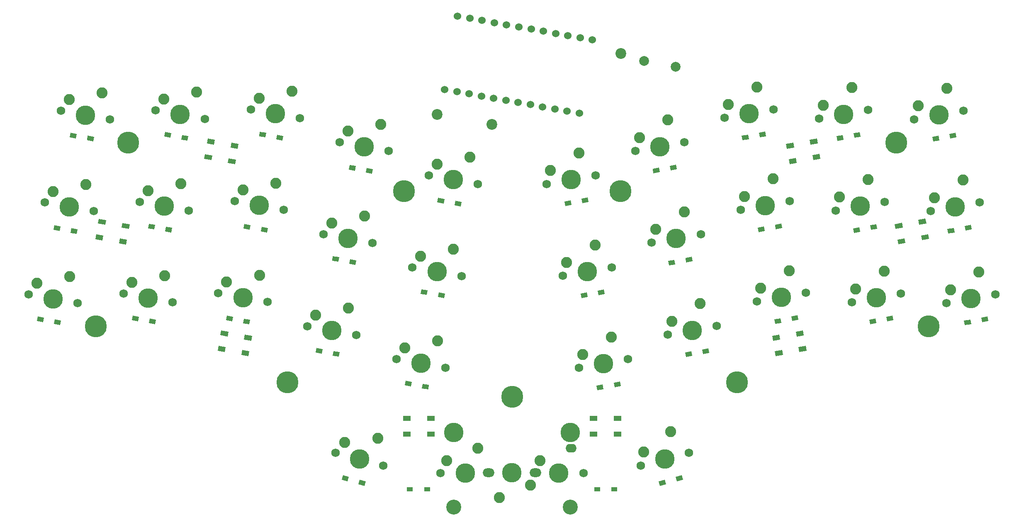
<source format=gbs>
%TF.GenerationSoftware,KiCad,Pcbnew,(5.1.9-0-10_14)*%
%TF.CreationDate,2021-04-02T11:44:49+09:00*%
%TF.ProjectId,reviung34,72657669-756e-4673-9334-2e6b69636164,1*%
%TF.SameCoordinates,Original*%
%TF.FileFunction,Soldermask,Bot*%
%TF.FilePolarity,Negative*%
%FSLAX46Y46*%
G04 Gerber Fmt 4.6, Leading zero omitted, Abs format (unit mm)*
G04 Created by KiCad (PCBNEW (5.1.9-0-10_14)) date 2021-04-02 11:44:49*
%MOMM*%
%LPD*%
G01*
G04 APERTURE LIST*
%ADD10C,1.524000*%
%ADD11C,2.250000*%
%ADD12C,3.987800*%
%ADD13C,1.750000*%
%ADD14C,2.200000*%
%ADD15C,4.500000*%
%ADD16C,3.048000*%
%ADD17O,2.400000X1.800000*%
%ADD18C,0.100000*%
%ADD19R,1.300000X0.950000*%
%ADD20C,2.000000*%
%ADD21R,1.500000X1.000000*%
%ADD22O,2.250000X1.750000*%
G04 APERTURE END LIST*
D10*
%TO.C,U1*%
X124130734Y-47208930D03*
X126632146Y-47649996D03*
X129133557Y-48091063D03*
X131634969Y-48532129D03*
X134136381Y-48973195D03*
X136637792Y-49414262D03*
X139139204Y-49855328D03*
X141640616Y-50296395D03*
X144142027Y-50737461D03*
X146643439Y-51178527D03*
X149144851Y-51619594D03*
X151646262Y-52060660D03*
X154289188Y-37071886D03*
X151787776Y-36630820D03*
X149286364Y-36189753D03*
X146784953Y-35748687D03*
X144283541Y-35307621D03*
X141782129Y-34866554D03*
X139280718Y-34425488D03*
X136779306Y-33984421D03*
X134277894Y-33543355D03*
X131776482Y-33102289D03*
X129275071Y-32661222D03*
X126773659Y-32220156D03*
%TD*%
D11*
%TO.C,SW21*%
X187879279Y-46676110D03*
D12*
X186260000Y-52120000D03*
D11*
X182066816Y-50280188D03*
D13*
X181257177Y-53002133D03*
X191262823Y-51237867D03*
%TD*%
D14*
%TO.C,Ref\u002A\u002A*%
X160110000Y-39870000D03*
%TD*%
%TO.C,Ref\u002A\u002A*%
X133810000Y-54320000D03*
%TD*%
%TO.C,Ref\u002A\u002A*%
X122560000Y-52320000D03*
%TD*%
D15*
%TO.C,H9*%
X222910000Y-95530000D03*
%TD*%
%TO.C,H8*%
X216320000Y-58020000D03*
%TD*%
%TO.C,H6*%
X160020000Y-67940000D03*
%TD*%
%TO.C,H7*%
X183800000Y-106980000D03*
%TD*%
%TO.C,H5*%
X137910000Y-109960000D03*
%TD*%
%TO.C,H3*%
X115800000Y-67940000D03*
%TD*%
%TO.C,H4*%
X92020000Y-106970000D03*
%TD*%
%TO.C,H2*%
X52920000Y-95540000D03*
%TD*%
%TO.C,H1*%
X59540000Y-58030000D03*
%TD*%
D12*
%TO.C,SW35*%
X125963750Y-117205000D03*
X149776250Y-117205000D03*
D16*
X125963750Y-132445000D03*
X149776250Y-132445000D03*
D17*
X133110000Y-125440000D03*
X142630000Y-125440000D03*
D11*
X141680000Y-128000000D03*
D12*
X137870000Y-125460000D03*
D11*
X135330000Y-130540000D03*
%TD*%
D18*
%TO.C,D1*%
G36*
X51105426Y-57563138D02*
G01*
X51270392Y-56627571D01*
X52550642Y-56853314D01*
X52385676Y-57788881D01*
X51105426Y-57563138D01*
G37*
G36*
X47609358Y-56946686D02*
G01*
X47774324Y-56011119D01*
X49054574Y-56236862D01*
X48889608Y-57172429D01*
X47609358Y-56946686D01*
G37*
%TD*%
%TO.C,D2*%
G36*
X70355426Y-57423138D02*
G01*
X70520392Y-56487571D01*
X71800642Y-56713314D01*
X71635676Y-57648881D01*
X70355426Y-57423138D01*
G37*
G36*
X66859358Y-56806686D02*
G01*
X67024324Y-55871119D01*
X68304574Y-56096862D01*
X68139608Y-57032429D01*
X66859358Y-56806686D01*
G37*
%TD*%
%TO.C,D3*%
G36*
X89735426Y-57373138D02*
G01*
X89900392Y-56437571D01*
X91180642Y-56663314D01*
X91015676Y-57598881D01*
X89735426Y-57373138D01*
G37*
G36*
X86239358Y-56756686D02*
G01*
X86404324Y-55821119D01*
X87684574Y-56046862D01*
X87519608Y-56982429D01*
X86239358Y-56756686D01*
G37*
%TD*%
%TO.C,D4*%
G36*
X108055426Y-64153138D02*
G01*
X108220392Y-63217571D01*
X109500642Y-63443314D01*
X109335676Y-64378881D01*
X108055426Y-64153138D01*
G37*
G36*
X104559358Y-63536686D02*
G01*
X104724324Y-62601119D01*
X106004574Y-62826862D01*
X105839608Y-63762429D01*
X104559358Y-63536686D01*
G37*
%TD*%
%TO.C,D5*%
G36*
X122639358Y-70246686D02*
G01*
X122804324Y-69311119D01*
X124084574Y-69536862D01*
X123919608Y-70472429D01*
X122639358Y-70246686D01*
G37*
G36*
X126135426Y-70863138D02*
G01*
X126300392Y-69927571D01*
X127580642Y-70153314D01*
X127415676Y-71088881D01*
X126135426Y-70863138D01*
G37*
%TD*%
%TO.C,D6*%
G36*
X47765426Y-76463138D02*
G01*
X47930392Y-75527571D01*
X49210642Y-75753314D01*
X49045676Y-76688881D01*
X47765426Y-76463138D01*
G37*
G36*
X44269358Y-75846686D02*
G01*
X44434324Y-74911119D01*
X45714574Y-75136862D01*
X45549608Y-76072429D01*
X44269358Y-75846686D01*
G37*
%TD*%
%TO.C,D7*%
G36*
X67075426Y-76153138D02*
G01*
X67240392Y-75217571D01*
X68520642Y-75443314D01*
X68355676Y-76378881D01*
X67075426Y-76153138D01*
G37*
G36*
X63579358Y-75536686D02*
G01*
X63744324Y-74601119D01*
X65024574Y-74826862D01*
X64859608Y-75762429D01*
X63579358Y-75536686D01*
G37*
%TD*%
%TO.C,D8*%
G36*
X86585426Y-76193138D02*
G01*
X86750392Y-75257571D01*
X88030642Y-75483314D01*
X87865676Y-76418881D01*
X86585426Y-76193138D01*
G37*
G36*
X83089358Y-75576686D02*
G01*
X83254324Y-74641119D01*
X84534574Y-74866862D01*
X84369608Y-75802429D01*
X83089358Y-75576686D01*
G37*
%TD*%
%TO.C,D9*%
G36*
X101139358Y-82146686D02*
G01*
X101304324Y-81211119D01*
X102584574Y-81436862D01*
X102419608Y-82372429D01*
X101139358Y-82146686D01*
G37*
G36*
X104635426Y-82763138D02*
G01*
X104800392Y-81827571D01*
X106080642Y-82053314D01*
X105915676Y-82988881D01*
X104635426Y-82763138D01*
G37*
%TD*%
%TO.C,D10*%
G36*
X119239358Y-88916686D02*
G01*
X119404324Y-87981119D01*
X120684574Y-88206862D01*
X120519608Y-89142429D01*
X119239358Y-88916686D01*
G37*
G36*
X122735426Y-89533138D02*
G01*
X122900392Y-88597571D01*
X124180642Y-88823314D01*
X124015676Y-89758881D01*
X122735426Y-89533138D01*
G37*
%TD*%
%TO.C,D11*%
G36*
X44395426Y-95083138D02*
G01*
X44560392Y-94147571D01*
X45840642Y-94373314D01*
X45675676Y-95308881D01*
X44395426Y-95083138D01*
G37*
G36*
X40899358Y-94466686D02*
G01*
X41064324Y-93531119D01*
X42344574Y-93756862D01*
X42179608Y-94692429D01*
X40899358Y-94466686D01*
G37*
%TD*%
%TO.C,D12*%
G36*
X63785426Y-94893138D02*
G01*
X63950392Y-93957571D01*
X65230642Y-94183314D01*
X65065676Y-95118881D01*
X63785426Y-94893138D01*
G37*
G36*
X60289358Y-94276686D02*
G01*
X60454324Y-93341119D01*
X61734574Y-93566862D01*
X61569608Y-94502429D01*
X60289358Y-94276686D01*
G37*
%TD*%
%TO.C,D13*%
G36*
X83005426Y-94923138D02*
G01*
X83170392Y-93987571D01*
X84450642Y-94213314D01*
X84285676Y-95148881D01*
X83005426Y-94923138D01*
G37*
G36*
X79509358Y-94306686D02*
G01*
X79674324Y-93371119D01*
X80954574Y-93596862D01*
X80789608Y-94532429D01*
X79509358Y-94306686D01*
G37*
%TD*%
%TO.C,D14*%
G36*
X97789358Y-100916686D02*
G01*
X97954324Y-99981119D01*
X99234574Y-100206862D01*
X99069608Y-101142429D01*
X97789358Y-100916686D01*
G37*
G36*
X101285426Y-101533138D02*
G01*
X101450392Y-100597571D01*
X102730642Y-100823314D01*
X102565676Y-101758881D01*
X101285426Y-101533138D01*
G37*
%TD*%
%TO.C,D15*%
G36*
X116009358Y-107606686D02*
G01*
X116174324Y-106671119D01*
X117454574Y-106896862D01*
X117289608Y-107832429D01*
X116009358Y-107606686D01*
G37*
G36*
X119505426Y-108223138D02*
G01*
X119670392Y-107287571D01*
X120950642Y-107513314D01*
X120785676Y-108448881D01*
X119505426Y-108223138D01*
G37*
%TD*%
%TO.C,D16*%
G36*
X106523727Y-127789986D02*
G01*
X106769605Y-126872357D01*
X108025309Y-127208822D01*
X107779431Y-128126451D01*
X106523727Y-127789986D01*
G37*
G36*
X103094691Y-126871178D02*
G01*
X103340569Y-125953549D01*
X104596273Y-126290014D01*
X104350395Y-127207643D01*
X103094691Y-126871178D01*
G37*
%TD*%
D19*
%TO.C,D17*%
X120575000Y-128850000D03*
X117025000Y-128850000D03*
%TD*%
%TO.C,D18*%
X158795000Y-128850000D03*
X155245000Y-128850000D03*
%TD*%
D18*
%TO.C,D19*%
G36*
X148754324Y-71008881D02*
G01*
X148589358Y-70073314D01*
X149869608Y-69847571D01*
X150034574Y-70783138D01*
X148754324Y-71008881D01*
G37*
G36*
X152250392Y-70392429D02*
G01*
X152085426Y-69456862D01*
X153365676Y-69231119D01*
X153530642Y-70166686D01*
X152250392Y-70392429D01*
G37*
%TD*%
%TO.C,D20*%
G36*
X166754324Y-64318881D02*
G01*
X166589358Y-63383314D01*
X167869608Y-63157571D01*
X168034574Y-64093138D01*
X166754324Y-64318881D01*
G37*
G36*
X170250392Y-63702429D02*
G01*
X170085426Y-62766862D01*
X171365676Y-62541119D01*
X171530642Y-63476686D01*
X170250392Y-63702429D01*
G37*
%TD*%
%TO.C,D21*%
G36*
X184954324Y-57578881D02*
G01*
X184789358Y-56643314D01*
X186069608Y-56417571D01*
X186234574Y-57353138D01*
X184954324Y-57578881D01*
G37*
G36*
X188450392Y-56962429D02*
G01*
X188285426Y-56026862D01*
X189565676Y-55801119D01*
X189730642Y-56736686D01*
X188450392Y-56962429D01*
G37*
%TD*%
%TO.C,D22*%
G36*
X204294324Y-57668881D02*
G01*
X204129358Y-56733314D01*
X205409608Y-56507571D01*
X205574574Y-57443138D01*
X204294324Y-57668881D01*
G37*
G36*
X207790392Y-57052429D02*
G01*
X207625426Y-56116862D01*
X208905676Y-55891119D01*
X209070642Y-56826686D01*
X207790392Y-57052429D01*
G37*
%TD*%
%TO.C,D23*%
G36*
X152044324Y-89798881D02*
G01*
X151879358Y-88863314D01*
X153159608Y-88637571D01*
X153324574Y-89573138D01*
X152044324Y-89798881D01*
G37*
G36*
X155540392Y-89182429D02*
G01*
X155375426Y-88246862D01*
X156655676Y-88021119D01*
X156820642Y-88956686D01*
X155540392Y-89182429D01*
G37*
%TD*%
%TO.C,D24*%
G36*
X169944324Y-83138881D02*
G01*
X169779358Y-82203314D01*
X171059608Y-81977571D01*
X171224574Y-82913138D01*
X169944324Y-83138881D01*
G37*
G36*
X173440392Y-82522429D02*
G01*
X173275426Y-81586862D01*
X174555676Y-81361119D01*
X174720642Y-82296686D01*
X173440392Y-82522429D01*
G37*
%TD*%
%TO.C,D25*%
G36*
X188234324Y-76328881D02*
G01*
X188069358Y-75393314D01*
X189349608Y-75167571D01*
X189514574Y-76103138D01*
X188234324Y-76328881D01*
G37*
G36*
X191730392Y-75712429D02*
G01*
X191565426Y-74776862D01*
X192845676Y-74551119D01*
X193010642Y-75486686D01*
X191730392Y-75712429D01*
G37*
%TD*%
%TO.C,D26*%
G36*
X207684324Y-76478881D02*
G01*
X207519358Y-75543314D01*
X208799608Y-75317571D01*
X208964574Y-76253138D01*
X207684324Y-76478881D01*
G37*
G36*
X211180392Y-75862429D02*
G01*
X211015426Y-74926862D01*
X212295676Y-74701119D01*
X212460642Y-75636686D01*
X211180392Y-75862429D01*
G37*
%TD*%
%TO.C,D27*%
G36*
X155304324Y-108608881D02*
G01*
X155139358Y-107673314D01*
X156419608Y-107447571D01*
X156584574Y-108383138D01*
X155304324Y-108608881D01*
G37*
G36*
X158800392Y-107992429D02*
G01*
X158635426Y-107056862D01*
X159915676Y-106831119D01*
X160080642Y-107766686D01*
X158800392Y-107992429D01*
G37*
%TD*%
%TO.C,D28*%
G36*
X173404324Y-101808881D02*
G01*
X173239358Y-100873314D01*
X174519608Y-100647571D01*
X174684574Y-101583138D01*
X173404324Y-101808881D01*
G37*
G36*
X176900392Y-101192429D02*
G01*
X176735426Y-100256862D01*
X178015676Y-100031119D01*
X178180642Y-100966686D01*
X176900392Y-101192429D01*
G37*
%TD*%
%TO.C,D29*%
G36*
X191594324Y-95068881D02*
G01*
X191429358Y-94133314D01*
X192709608Y-93907571D01*
X192874574Y-94843138D01*
X191594324Y-95068881D01*
G37*
G36*
X195090392Y-94452429D02*
G01*
X194925426Y-93516862D01*
X196205676Y-93291119D01*
X196370642Y-94226686D01*
X195090392Y-94452429D01*
G37*
%TD*%
%TO.C,D30*%
G36*
X210964324Y-95138881D02*
G01*
X210799358Y-94203314D01*
X212079608Y-93977571D01*
X212244574Y-94913138D01*
X210964324Y-95138881D01*
G37*
G36*
X214460392Y-94522429D02*
G01*
X214295426Y-93586862D01*
X215575676Y-93361119D01*
X215740642Y-94296686D01*
X214460392Y-94522429D01*
G37*
%TD*%
%TO.C,D31*%
G36*
X227350392Y-57192429D02*
G01*
X227185426Y-56256862D01*
X228465676Y-56031119D01*
X228630642Y-56966686D01*
X227350392Y-57192429D01*
G37*
G36*
X223854324Y-57808881D02*
G01*
X223689358Y-56873314D01*
X224969608Y-56647571D01*
X225134574Y-57583138D01*
X223854324Y-57808881D01*
G37*
%TD*%
%TO.C,D32*%
G36*
X230440392Y-76002429D02*
G01*
X230275426Y-75066862D01*
X231555676Y-74841119D01*
X231720642Y-75776686D01*
X230440392Y-76002429D01*
G37*
G36*
X226944324Y-76618881D02*
G01*
X226779358Y-75683314D01*
X228059608Y-75457571D01*
X228224574Y-76393138D01*
X226944324Y-76618881D01*
G37*
%TD*%
%TO.C,D33*%
G36*
X233830392Y-94702429D02*
G01*
X233665426Y-93766862D01*
X234945676Y-93541119D01*
X235110642Y-94476686D01*
X233830392Y-94702429D01*
G37*
G36*
X230334324Y-95318881D02*
G01*
X230169358Y-94383314D01*
X231449608Y-94157571D01*
X231614574Y-95093138D01*
X230334324Y-95318881D01*
G37*
%TD*%
%TO.C,D34*%
G36*
X171519605Y-127197643D02*
G01*
X171273727Y-126280014D01*
X172529431Y-125943549D01*
X172775309Y-126861178D01*
X171519605Y-127197643D01*
G37*
G36*
X168090569Y-128116451D02*
G01*
X167844691Y-127198822D01*
X169100395Y-126862357D01*
X169346273Y-127779986D01*
X168090569Y-128116451D01*
G37*
%TD*%
D20*
%TO.C,RESET1*%
X171280625Y-42514357D03*
X164879375Y-41385643D03*
%TD*%
D18*
%TO.C,RGB1*%
G36*
X76684814Y-60638086D02*
G01*
X76511166Y-61622894D01*
X75033954Y-61362422D01*
X75207602Y-60377614D01*
X76684814Y-60638086D01*
G37*
G36*
X77240488Y-57486702D02*
G01*
X77066840Y-58471510D01*
X75589628Y-58211038D01*
X75763276Y-57226230D01*
X77240488Y-57486702D01*
G37*
G36*
X81510372Y-61488962D02*
G01*
X81336724Y-62473770D01*
X79859512Y-62213298D01*
X80033160Y-61228490D01*
X81510372Y-61488962D01*
G37*
G36*
X82066046Y-58337578D02*
G01*
X81892398Y-59322386D01*
X80415186Y-59061914D01*
X80588834Y-58077106D01*
X82066046Y-58337578D01*
G37*
%TD*%
%TO.C,RGB2*%
G36*
X54474814Y-77008086D02*
G01*
X54301166Y-77992894D01*
X52823954Y-77732422D01*
X52997602Y-76747614D01*
X54474814Y-77008086D01*
G37*
G36*
X55030488Y-73856702D02*
G01*
X54856840Y-74841510D01*
X53379628Y-74581038D01*
X53553276Y-73596230D01*
X55030488Y-73856702D01*
G37*
G36*
X59300372Y-77858962D02*
G01*
X59126724Y-78843770D01*
X57649512Y-78583298D01*
X57823160Y-77598490D01*
X59300372Y-77858962D01*
G37*
G36*
X59856046Y-74707578D02*
G01*
X59682398Y-75692386D01*
X58205186Y-75431914D01*
X58378834Y-74447106D01*
X59856046Y-74707578D01*
G37*
%TD*%
%TO.C,RGB3*%
G36*
X84826046Y-97497578D02*
G01*
X84652398Y-98482386D01*
X83175186Y-98221914D01*
X83348834Y-97237106D01*
X84826046Y-97497578D01*
G37*
G36*
X84270372Y-100648962D02*
G01*
X84096724Y-101633770D01*
X82619512Y-101373298D01*
X82793160Y-100388490D01*
X84270372Y-100648962D01*
G37*
G36*
X80000488Y-96646702D02*
G01*
X79826840Y-97631510D01*
X78349628Y-97371038D01*
X78523276Y-96386230D01*
X80000488Y-96646702D01*
G37*
G36*
X79444814Y-99798086D02*
G01*
X79271166Y-100782894D01*
X77793954Y-100522422D01*
X77967602Y-99537614D01*
X79444814Y-99798086D01*
G37*
%TD*%
D21*
%TO.C,RGB4*%
X116440000Y-117530000D03*
X116440000Y-114330000D03*
X121340000Y-117530000D03*
X121340000Y-114330000D03*
%TD*%
%TO.C,RGB5*%
X159420000Y-114330000D03*
X159420000Y-117530000D03*
X154520000Y-114330000D03*
X154520000Y-117530000D03*
%TD*%
D18*
%TO.C,RGB6*%
G36*
X197296724Y-96396230D02*
G01*
X197470372Y-97381038D01*
X195993160Y-97641510D01*
X195819512Y-96656702D01*
X197296724Y-96396230D01*
G37*
G36*
X197852398Y-99547614D02*
G01*
X198026046Y-100532422D01*
X196548834Y-100792894D01*
X196375186Y-99808086D01*
X197852398Y-99547614D01*
G37*
G36*
X192471166Y-97247106D02*
G01*
X192644814Y-98231914D01*
X191167602Y-98492386D01*
X190993954Y-97507578D01*
X192471166Y-97247106D01*
G37*
G36*
X193026840Y-100398490D02*
G01*
X193200488Y-101383298D01*
X191723276Y-101643770D01*
X191549628Y-100658962D01*
X193026840Y-100398490D01*
G37*
%TD*%
%TO.C,RGB7*%
G36*
X218026840Y-77578490D02*
G01*
X218200488Y-78563298D01*
X216723276Y-78823770D01*
X216549628Y-77838962D01*
X218026840Y-77578490D01*
G37*
G36*
X217471166Y-74427106D02*
G01*
X217644814Y-75411914D01*
X216167602Y-75672386D01*
X215993954Y-74687578D01*
X217471166Y-74427106D01*
G37*
G36*
X222852398Y-76727614D02*
G01*
X223026046Y-77712422D01*
X221548834Y-77972894D01*
X221375186Y-76988086D01*
X222852398Y-76727614D01*
G37*
G36*
X222296724Y-73576230D02*
G01*
X222470372Y-74561038D01*
X220993160Y-74821510D01*
X220819512Y-73836702D01*
X222296724Y-73576230D01*
G37*
%TD*%
%TO.C,RGB8*%
G36*
X200116724Y-57206230D02*
G01*
X200290372Y-58191038D01*
X198813160Y-58451510D01*
X198639512Y-57466702D01*
X200116724Y-57206230D01*
G37*
G36*
X200672398Y-60357614D02*
G01*
X200846046Y-61342422D01*
X199368834Y-61602894D01*
X199195186Y-60618086D01*
X200672398Y-60357614D01*
G37*
G36*
X195291166Y-58057106D02*
G01*
X195464814Y-59041914D01*
X193987602Y-59302386D01*
X193813954Y-58317578D01*
X195291166Y-58057106D01*
G37*
G36*
X195846840Y-61208490D02*
G01*
X196020488Y-62193298D01*
X194543276Y-62453770D01*
X194369628Y-61468962D01*
X195846840Y-61208490D01*
G37*
%TD*%
D13*
%TO.C,SW1*%
X55802823Y-53302133D03*
X45797177Y-51537867D03*
D11*
X47488949Y-49256989D03*
D12*
X50800000Y-52420000D03*
D11*
X54183544Y-47858243D03*
%TD*%
D13*
%TO.C,SW2*%
X75152823Y-53202133D03*
X65147177Y-51437867D03*
D11*
X66838949Y-49156989D03*
D12*
X70150000Y-52320000D03*
D11*
X73533544Y-47758243D03*
%TD*%
D13*
%TO.C,SW3*%
X94572823Y-53022133D03*
X84567177Y-51257867D03*
D11*
X86258949Y-48976989D03*
D12*
X89570000Y-52140000D03*
D11*
X92953544Y-47578243D03*
%TD*%
D13*
%TO.C,SW4*%
X112732823Y-59752133D03*
X102727177Y-57987867D03*
D11*
X104418949Y-55706989D03*
D12*
X107730000Y-58870000D03*
D11*
X111113544Y-54308243D03*
%TD*%
%TO.C,SW5*%
X129293544Y-61028243D03*
D12*
X125910000Y-65590000D03*
D11*
X122598949Y-62426989D03*
D13*
X120907177Y-64707867D03*
X130912823Y-66472133D03*
%TD*%
%TO.C,SW6*%
X52522823Y-72042133D03*
X42517177Y-70277867D03*
D11*
X44208949Y-67996989D03*
D12*
X47520000Y-71160000D03*
D11*
X50903544Y-66598243D03*
%TD*%
D13*
%TO.C,SW7*%
X71862823Y-71912133D03*
X61857177Y-70147867D03*
D11*
X63548949Y-67866989D03*
D12*
X66860000Y-71030000D03*
D11*
X70243544Y-66468243D03*
%TD*%
D13*
%TO.C,SW8*%
X91282823Y-71752133D03*
X81277177Y-69987867D03*
D11*
X82968949Y-67706989D03*
D12*
X86280000Y-70870000D03*
D11*
X89663544Y-66308243D03*
%TD*%
D13*
%TO.C,SW9*%
X109392823Y-78502133D03*
X99387177Y-76737867D03*
D11*
X101078949Y-74456989D03*
D12*
X104390000Y-77620000D03*
D11*
X107773544Y-73058243D03*
%TD*%
D13*
%TO.C,SW10*%
X127562823Y-85272133D03*
X117557177Y-83507867D03*
D11*
X119248949Y-81226989D03*
D12*
X122560000Y-84390000D03*
D11*
X125943544Y-79828243D03*
%TD*%
D13*
%TO.C,SW11*%
X49222823Y-90812133D03*
X39217177Y-89047867D03*
D11*
X40908949Y-86766989D03*
D12*
X44220000Y-89930000D03*
D11*
X47603544Y-85368243D03*
%TD*%
D13*
%TO.C,SW12*%
X68592823Y-90642133D03*
X58587177Y-88877867D03*
D11*
X60278949Y-86596989D03*
D12*
X63590000Y-89760000D03*
D11*
X66973544Y-85198243D03*
%TD*%
D13*
%TO.C,SW13*%
X87942823Y-90562133D03*
X77937177Y-88797867D03*
D11*
X79628949Y-86516989D03*
D12*
X82940000Y-89680000D03*
D11*
X86323544Y-85118243D03*
%TD*%
D13*
%TO.C,SW14*%
X106082823Y-97292133D03*
X96077177Y-95527867D03*
D11*
X97768949Y-93246989D03*
D12*
X101080000Y-96410000D03*
D11*
X104463544Y-91848243D03*
%TD*%
%TO.C,SW15*%
X122653544Y-98548243D03*
D12*
X119270000Y-103110000D03*
D11*
X115958949Y-99946989D03*
D13*
X114267177Y-102227867D03*
X124272823Y-103992133D03*
%TD*%
D11*
%TO.C,SW16*%
X110498252Y-118420497D03*
D12*
X106730000Y-122670000D03*
D11*
X103707223Y-119230448D03*
D13*
X101823097Y-121355199D03*
X111636903Y-123984801D03*
%TD*%
D11*
%TO.C,SW17*%
X130930000Y-120420000D03*
D12*
X128390000Y-125500000D03*
D11*
X124580000Y-122960000D03*
D13*
X123310000Y-125500000D03*
%TD*%
D22*
%TO.C,SW18*%
X149970000Y-120420000D03*
D12*
X147430000Y-125500000D03*
D11*
X143620000Y-122960000D03*
D13*
X152510000Y-125500000D03*
%TD*%
%TO.C,SW19*%
X154952823Y-64717867D03*
X144947177Y-66482133D03*
D11*
X145756816Y-63760188D03*
D12*
X149950000Y-65600000D03*
D11*
X151569279Y-60156110D03*
%TD*%
%TO.C,SW20*%
X169709279Y-53426110D03*
D12*
X168090000Y-58870000D03*
D11*
X163896816Y-57030188D03*
D13*
X163087177Y-59752133D03*
X173092823Y-57987867D03*
%TD*%
D11*
%TO.C,SW22*%
X207229279Y-46806110D03*
D12*
X205610000Y-52250000D03*
D11*
X201416816Y-50410188D03*
D13*
X200607177Y-53132133D03*
X210612823Y-51367867D03*
%TD*%
D11*
%TO.C,SW23*%
X154869279Y-78936110D03*
D12*
X153250000Y-84380000D03*
D11*
X149056816Y-82540188D03*
D13*
X148247177Y-85262133D03*
X158252823Y-83497867D03*
%TD*%
D11*
%TO.C,SW24*%
X173029279Y-72166110D03*
D12*
X171410000Y-77610000D03*
D11*
X167216816Y-75770188D03*
D13*
X166407177Y-78492133D03*
X176412823Y-76727867D03*
%TD*%
D11*
%TO.C,SW25*%
X191169279Y-65436110D03*
D12*
X189550000Y-70880000D03*
D11*
X185356816Y-69040188D03*
D13*
X184547177Y-71762133D03*
X194552823Y-69997867D03*
%TD*%
D11*
%TO.C,SW26*%
X210569279Y-65566110D03*
D12*
X208950000Y-71010000D03*
D11*
X204756816Y-69170188D03*
D13*
X203947177Y-71892133D03*
X213952823Y-70127867D03*
%TD*%
D11*
%TO.C,SW27*%
X158169279Y-97716110D03*
D12*
X156550000Y-103160000D03*
D11*
X152356816Y-101320188D03*
D13*
X151547177Y-104042133D03*
X161552823Y-102277867D03*
%TD*%
D11*
%TO.C,SW28*%
X176319279Y-90936110D03*
D12*
X174700000Y-96380000D03*
D11*
X170506816Y-94540188D03*
D13*
X169697177Y-97262133D03*
X179702823Y-95497867D03*
%TD*%
D11*
%TO.C,SW29*%
X194489279Y-84176110D03*
D12*
X192870000Y-89620000D03*
D11*
X188676816Y-87780188D03*
D13*
X187867177Y-90502133D03*
X197872823Y-88737867D03*
%TD*%
D11*
%TO.C,SW30*%
X213869279Y-84306110D03*
D12*
X212250000Y-89750000D03*
D11*
X208056816Y-87910188D03*
D13*
X207247177Y-90632133D03*
X217252823Y-88867867D03*
%TD*%
%TO.C,SW31*%
X230012823Y-51507867D03*
X220007177Y-53272133D03*
D11*
X220816816Y-50550188D03*
D12*
X225010000Y-52390000D03*
D11*
X226629279Y-46946110D03*
%TD*%
%TO.C,SW32*%
X229939279Y-65686110D03*
D12*
X228320000Y-71130000D03*
D11*
X224126816Y-69290188D03*
D13*
X223317177Y-72012133D03*
X233322823Y-70247867D03*
%TD*%
%TO.C,SW33*%
X236592823Y-89027867D03*
X226587177Y-90792133D03*
D11*
X227396816Y-88070188D03*
D12*
X231590000Y-89910000D03*
D11*
X233209279Y-84466110D03*
%TD*%
%TO.C,SW34*%
X170228651Y-117095696D03*
D12*
X169090000Y-122660000D03*
D11*
X164752422Y-121192649D03*
D13*
X164183097Y-123974801D03*
X173996903Y-121345199D03*
%TD*%
M02*

</source>
